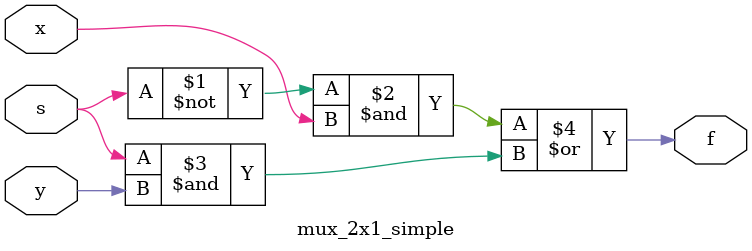
<source format=v>
`timescale 1ns / 1ps


module mux_2x1_simple(
    input x,y,s,
    output f
    );
    
    assign f = ~s & x | s & y;
endmodule

</source>
